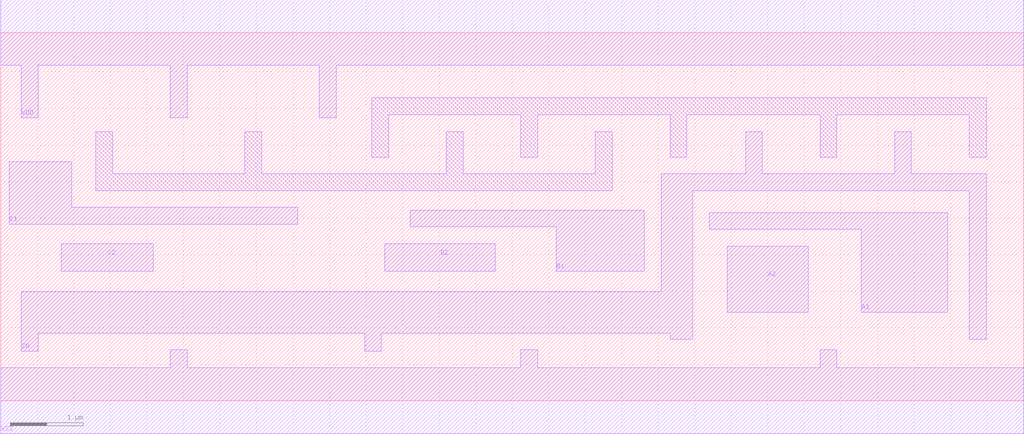
<source format=lef>
# Copyright 2022 GlobalFoundries PDK Authors
#
# Licensed under the Apache License, Version 2.0 (the "License");
# you may not use this file except in compliance with the License.
# You may obtain a copy of the License at
#
#      http://www.apache.org/licenses/LICENSE-2.0
#
# Unless required by applicable law or agreed to in writing, software
# distributed under the License is distributed on an "AS IS" BASIS,
# WITHOUT WARRANTIES OR CONDITIONS OF ANY KIND, either express or implied.
# See the License for the specific language governing permissions and
# limitations under the License.

MACRO gf180mcu_fd_sc_mcu9t5v0__aoi222_2
  CLASS core ;
  FOREIGN gf180mcu_fd_sc_mcu9t5v0__aoi222_2 0.0 0.0 ;
  ORIGIN 0 0 ;
  SYMMETRY X Y ;
  SITE GF018hv5v_green_sc9 ;
  SIZE 14 BY 5.04 ;
  PIN A1
    DIRECTION INPUT ;
    ANTENNAGATEAREA 3.414 ;
    PORT
      LAYER METAL1 ;
        POLYGON 9.7 2.345 11.775 2.345 11.775 1.21 12.96 1.21 12.96 2.575 9.7 2.575  ;
    END
  END A1
  PIN A2
    DIRECTION INPUT ;
    ANTENNAGATEAREA 3.414 ;
    PORT
      LAYER METAL1 ;
        POLYGON 9.945 1.21 11.05 1.21 11.05 2.115 9.945 2.115  ;
    END
  END A2
  PIN B1
    DIRECTION INPUT ;
    ANTENNAGATEAREA 3.414 ;
    PORT
      LAYER METAL1 ;
        POLYGON 5.605 2.38 7.605 2.38 7.605 1.77 8.81 1.77 8.81 2.61 5.605 2.61  ;
    END
  END B1
  PIN B2
    DIRECTION INPUT ;
    ANTENNAGATEAREA 3.414 ;
    PORT
      LAYER METAL1 ;
        POLYGON 5.255 1.77 6.77 1.77 6.77 2.15 5.255 2.15  ;
    END
  END B2
  PIN C1
    DIRECTION INPUT ;
    ANTENNAGATEAREA 3.414 ;
    PORT
      LAYER METAL1 ;
        POLYGON 0.115 2.415 4.065 2.415 4.065 2.645 0.97 2.645 0.97 3.27 0.115 3.27  ;
    END
  END C1
  PIN C2
    DIRECTION INPUT ;
    ANTENNAGATEAREA 3.414 ;
    PORT
      LAYER METAL1 ;
        POLYGON 0.825 1.77 2.09 1.77 2.09 2.15 0.825 2.15  ;
    END
  END C2
  PIN ZN
    DIRECTION OUTPUT ;
    ANTENNADIFFAREA 5.2758 ;
    PORT
      LAYER METAL1 ;
        POLYGON 0.28 0.68 0.51 0.68 0.51 0.925 4.98 0.925 4.98 0.68 5.21 0.68 5.21 0.925 9.16 0.925 9.16 0.845 9.47 0.845 9.47 2.875 13.255 2.875 13.255 0.845 13.485 0.845 13.485 3.105 12.465 3.105 12.465 3.685 12.235 3.685 12.235 3.105 10.425 3.105 10.425 3.685 10.195 3.685 10.195 3.105 9.04 3.105 9.04 1.49 0.28 1.49 0.28 1.01 0.28 0.925  ;
    END
  END ZN
  PIN VDD
    DIRECTION INOUT ;
    USE power ;
    SHAPE ABUTMENT ;
    PORT
      LAYER METAL1 ;
        POLYGON 0 4.59 0.28 4.59 0.28 3.875 0.51 3.875 0.51 4.59 2.32 4.59 2.32 3.875 2.55 3.875 2.55 4.59 4.36 4.59 4.36 3.875 4.59 3.875 4.59 4.59 13.485 4.59 14 4.59 14 5.49 13.485 5.49 0 5.49  ;
    END
  END VDD
  PIN VSS
    DIRECTION INOUT ;
    USE ground ;
    SHAPE ABUTMENT ;
    PORT
      LAYER METAL1 ;
        POLYGON 0 -0.45 14 -0.45 14 0.45 11.445 0.45 11.445 0.695 11.215 0.695 11.215 0.45 7.35 0.45 7.35 0.695 7.12 0.695 7.12 0.45 2.55 0.45 2.55 0.695 2.32 0.695 2.32 0.45 0 0.45  ;
    END
  END VSS
  OBS
      LAYER METAL1 ;
        POLYGON 1.3 2.875 8.37 2.875 8.37 3.685 8.14 3.685 8.14 3.105 6.33 3.105 6.33 3.685 6.1 3.685 6.1 3.105 3.57 3.105 3.57 3.685 3.34 3.685 3.34 3.105 1.53 3.105 1.53 3.685 1.3 3.685  ;
        POLYGON 5.08 3.335 5.31 3.335 5.31 3.915 7.12 3.915 7.12 3.335 7.35 3.335 7.35 3.915 9.16 3.915 9.16 3.335 9.39 3.335 9.39 3.915 11.215 3.915 11.215 3.335 11.445 3.335 11.445 3.915 13.255 3.915 13.255 3.335 13.485 3.335 13.485 4.145 5.08 4.145  ;
  END
END gf180mcu_fd_sc_mcu9t5v0__aoi222_2

</source>
